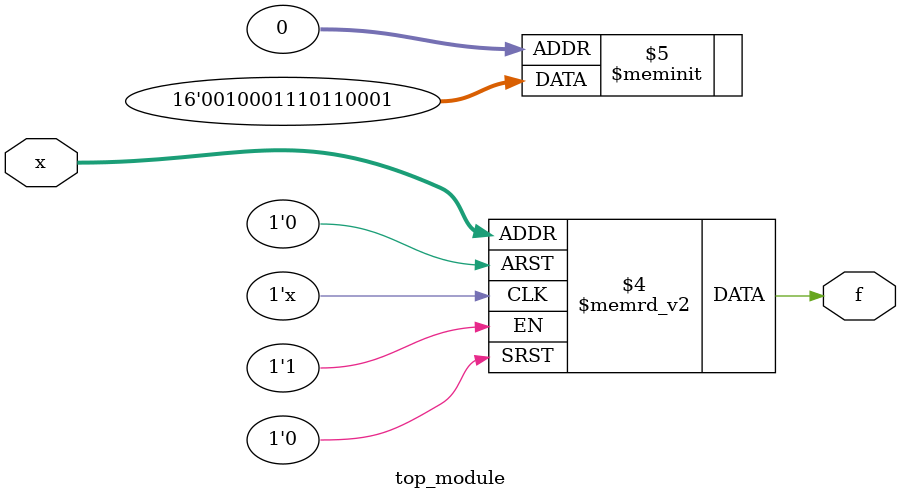
<source format=sv>
module top_module (
	input [4:1] x,
	output logic f
);

always_comb begin
	case (x)
		4'b0000: f = 1;
		4'b0010: f = 0;
		4'b0011: f = 0;
		4'b0100: f = 1;
		4'b0101: f = 1;
		4'b0110: f = 0;
		4'b0111: f = 1;
		4'b1000: f = 1;
		4'b1001: f = 1;
		4'b1010: f = 0;
		4'b1011: f = 0;
		4'b1100: f = 0;
		4'b1101: f = 1;
		4'b1110: f = 0;
		4'b1111: f = 0;
		default: f = 0;
	endcase
end

endmodule

</source>
